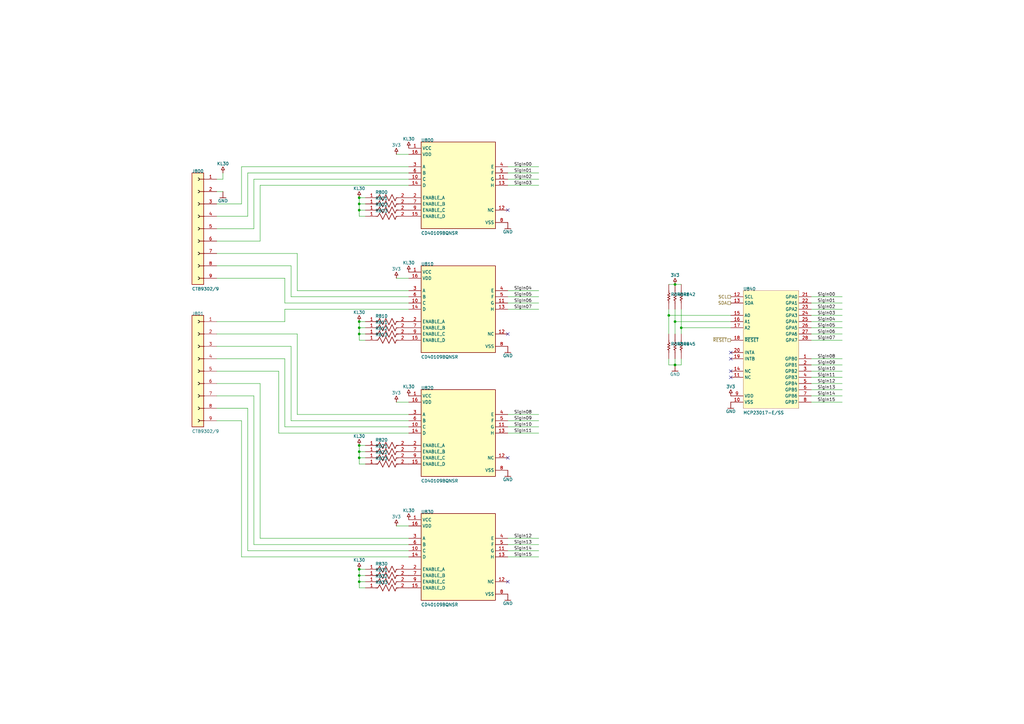
<source format=kicad_sch>
(kicad_sch (version 20231120) (generator "eeschema") (generator_version "8.0")
  (paper "A3")
  (junction (at 147.32 81.1022))
  (junction (at 147.32 187.7822))
  (junction (at 147.32 185.2422))
  (junction (at 147.32 86.1822))
  (junction (at 276.86 116.6622))
  (junction (at 147.32 238.5822))
  (junction (at 147.32 131.9022))
  (junction (at 274.32 129.3622))
  (junction (at 147.32 233.5022))
  (junction (at 147.32 83.6422))
  (junction (at 279.4 134.4422))
  (junction (at 276.86 131.9022))
  (junction (at 147.32 134.4422))
  (junction (at 276.86 149.6822))
  (junction (at 147.32 236.0422))
  (junction (at 147.32 182.7022))
  (junction (at 147.32 136.9822))
  (no_connect (at 208.28 238.5822))
  (no_connect (at 208.28 187.7822))
  (no_connect (at 299.72 152.2222))
  (no_connect (at 208.28 136.9822))
  (no_connect (at 299.72 154.7622))
  (no_connect (at 299.72 144.6022))
  (no_connect (at 208.28 86.1822))
  (no_connect (at 299.72 147.1422))
  (wire (pts (xy 121.92 103.9622) (xy 88.9 103.9622)))
  (wire (pts (xy 208.28 73.4822) (xy 220.98 73.4822)))
  (wire (pts (xy 332.74 121.7422) (xy 345.44 121.7422)))
  (wire (pts (xy 167.64 68.4022) (xy 99.06 68.4022)))
  (wire (pts (xy 99.06 172.5422) (xy 88.9 172.5422)))
  (wire (pts (xy 208.28 225.8822) (xy 220.98 225.8822)))
  (wire (pts (xy 208.28 170.0022) (xy 220.98 170.0022)))
  (wire (pts (xy 162.56 215.7222) (xy 167.64 215.7222)))
  (wire (pts (xy 149.86 233.5022) (xy 147.32 233.5022)))
  (wire (pts (xy 147.32 83.6422) (xy 147.32 86.1822)))
  (wire (pts (xy 208.28 121.7422) (xy 220.98 121.7422)))
  (wire (pts (xy 147.32 131.9022) (xy 147.32 134.4422)))
  (wire (pts (xy 208.28 124.2822) (xy 220.98 124.2822)))
  (wire (pts (xy 332.74 154.7622) (xy 345.44 154.7622)))
  (wire (pts (xy 162.56 164.9222) (xy 167.64 164.9222)))
  (wire (pts (xy 119.38 142.0622) (xy 88.9 142.0622)))
  (wire (pts (xy 106.68 157.3022) (xy 88.9 157.3022)))
  (wire (pts (xy 119.38 109.0422) (xy 88.9 109.0422)))
  (wire (pts (xy 101.6 88.7222) (xy 88.9 88.7222)))
  (wire (pts (xy 274.32 149.6822) (xy 276.86 149.6822)))
  (wire (pts (xy 147.32 233.5022) (xy 147.32 236.0422)))
  (wire (pts (xy 101.6 225.8822) (xy 101.6 167.4622)))
  (wire (pts (xy 119.38 172.5422) (xy 119.38 142.0622)))
  (wire (pts (xy 332.74 162.3822) (xy 345.44 162.3822)))
  (wire (pts (xy 332.74 124.2822) (xy 345.44 124.2822)))
  (wire (pts (xy 104.14 223.3422) (xy 104.14 162.3822)))
  (wire (pts (xy 99.06 228.4222) (xy 99.06 172.5422)))
  (wire (pts (xy 167.64 73.4822) (xy 104.14 73.4822)))
  (wire (pts (xy 332.74 134.4422) (xy 345.44 134.4422)))
  (wire (pts (xy 162.56 63.3222) (xy 167.64 63.3222)))
  (wire (pts (xy 149.86 131.9022) (xy 147.32 131.9022)))
  (wire (pts (xy 147.32 81.1022) (xy 147.32 83.6422)))
  (wire (pts (xy 106.68 220.8022) (xy 106.68 157.3022)))
  (wire (pts (xy 147.32 136.9822) (xy 147.32 139.5222)))
  (wire (pts (xy 208.28 76.0222) (xy 220.98 76.0222)))
  (wire (pts (xy 276.86 147.1422) (xy 276.86 149.6822)))
  (wire (pts (xy 121.92 119.2022) (xy 121.92 103.9622)))
  (wire (pts (xy 121.92 136.9822) (xy 88.9 136.9822)))
  (wire (pts (xy 332.74 164.9222) (xy 345.44 164.9222)))
  (wire (pts (xy 167.64 223.3422) (xy 104.14 223.3422)))
  (wire (pts (xy 208.28 119.2022) (xy 220.98 119.2022)))
  (wire (pts (xy 147.32 139.5222) (xy 149.86 139.5222)))
  (wire (pts (xy 104.14 93.8022) (xy 88.9 93.8022)))
  (wire (pts (xy 167.64 220.8022) (xy 106.68 220.8022)))
  (wire (pts (xy 88.9 78.5622) (xy 91.44 78.5622)))
  (wire (pts (xy 88.9 73.4822) (xy 91.44 73.4822)))
  (wire (pts (xy 147.32 182.7022) (xy 147.32 185.2422)))
  (wire (pts (xy 279.4 136.9822) (xy 279.4 134.4422)))
  (wire (pts (xy 208.28 228.4222) (xy 220.98 228.4222)))
  (wire (pts (xy 332.74 147.1422) (xy 345.44 147.1422)))
  (wire (pts (xy 208.28 223.3422) (xy 220.98 223.3422)))
  (wire (pts (xy 116.84 175.0822) (xy 116.84 147.1422)))
  (wire (pts (xy 147.32 187.7822) (xy 149.86 187.7822)))
  (wire (pts (xy 208.28 177.6222) (xy 220.98 177.6222)))
  (wire (pts (xy 147.32 187.7822) (xy 147.32 190.3222)))
  (wire (pts (xy 208.28 126.8222) (xy 220.98 126.8222)))
  (wire (pts (xy 167.64 172.5422) (xy 119.38 172.5422)))
  (wire (pts (xy 279.4 149.6822) (xy 279.4 147.1422)))
  (wire (pts (xy 149.86 81.1022) (xy 147.32 81.1022)))
  (wire (pts (xy 116.84 147.1422) (xy 88.9 147.1422)))
  (wire (pts (xy 167.64 228.4222) (xy 99.06 228.4222)))
  (wire (pts (xy 116.84 124.2822) (xy 116.84 114.1222)))
  (wire (pts (xy 299.72 129.3622) (xy 274.32 129.3622)))
  (wire (pts (xy 167.64 175.0822) (xy 116.84 175.0822)))
  (wire (pts (xy 104.14 73.4822) (xy 104.14 93.8022)))
  (wire (pts (xy 332.74 157.3022) (xy 345.44 157.3022)))
  (wire (pts (xy 114.3 152.2222) (xy 88.9 152.2222)))
  (wire (pts (xy 167.64 121.7422) (xy 119.38 121.7422)))
  (wire (pts (xy 208.28 172.5422) (xy 220.98 172.5422)))
  (wire (pts (xy 276.86 116.6622) (xy 279.4 116.6622)))
  (wire (pts (xy 162.56 114.1222) (xy 167.64 114.1222)))
  (wire (pts (xy 101.6 167.4622) (xy 88.9 167.4622)))
  (wire (pts (xy 276.86 149.6822) (xy 279.4 149.6822)))
  (wire (pts (xy 91.44 73.4822) (xy 91.44 70.9422)))
  (wire (pts (xy 116.84 126.8222) (xy 116.84 131.9022)))
  (wire (pts (xy 147.32 185.2422) (xy 147.32 187.7822)))
  (wire (pts (xy 104.14 162.3822) (xy 88.9 162.3822)))
  (wire (pts (xy 276.86 136.9822) (xy 276.86 131.9022)))
  (wire (pts (xy 99.06 68.4022) (xy 99.06 83.6422)))
  (wire (pts (xy 116.84 131.9022) (xy 88.9 131.9022)))
  (wire (pts (xy 299.72 134.4422) (xy 279.4 134.4422)))
  (wire (pts (xy 167.64 119.2022) (xy 121.92 119.2022)))
  (wire (pts (xy 147.32 86.1822) (xy 149.86 86.1822)))
  (wire (pts (xy 167.64 225.8822) (xy 101.6 225.8822)))
  (wire (pts (xy 208.28 68.4022) (xy 220.98 68.4022)))
  (wire (pts (xy 274.32 136.9822) (xy 274.32 129.3622)))
  (wire (pts (xy 101.6 70.9422) (xy 101.6 88.7222)))
  (wire (pts (xy 167.64 170.0022) (xy 121.92 170.0022)))
  (wire (pts (xy 149.86 182.7022) (xy 147.32 182.7022)))
  (wire (pts (xy 208.28 70.9422) (xy 220.98 70.9422)))
  (wire (pts (xy 147.32 88.7222) (xy 149.86 88.7222)))
  (wire (pts (xy 167.64 177.6222) (xy 114.3 177.6222)))
  (wire (pts (xy 147.32 238.5822) (xy 147.32 241.1222)))
  (wire (pts (xy 332.74 139.5222) (xy 345.44 139.5222)))
  (wire (pts (xy 208.28 175.0822) (xy 220.98 175.0822)))
  (wire (pts (xy 147.32 134.4422) (xy 149.86 134.4422)))
  (wire (pts (xy 208.28 220.8022) (xy 220.98 220.8022)))
  (wire (pts (xy 332.74 149.6822) (xy 345.44 149.6822)))
  (wire (pts (xy 276.86 131.9022) (xy 276.86 126.8222)))
  (wire (pts (xy 167.64 124.2822) (xy 116.84 124.2822)))
  (wire (pts (xy 147.32 236.0422) (xy 147.32 238.5822)))
  (wire (pts (xy 279.4 134.4422) (xy 279.4 126.8222)))
  (wire (pts (xy 147.32 134.4422) (xy 147.32 136.9822)))
  (wire (pts (xy 274.32 129.3622) (xy 274.32 126.8222)))
  (wire (pts (xy 147.32 190.3222) (xy 149.86 190.3222)))
  (wire (pts (xy 332.74 129.3622) (xy 345.44 129.3622)))
  (wire (pts (xy 147.32 236.0422) (xy 149.86 236.0422)))
  (wire (pts (xy 147.32 238.5822) (xy 149.86 238.5822)))
  (wire (pts (xy 106.68 98.8822) (xy 88.9 98.8822)))
  (wire (pts (xy 147.32 185.2422) (xy 149.86 185.2422)))
  (wire (pts (xy 167.64 126.8222) (xy 116.84 126.8222)))
  (wire (pts (xy 274.32 116.6622) (xy 276.86 116.6622)))
  (wire (pts (xy 116.84 114.1222) (xy 88.9 114.1222)))
  (wire (pts (xy 147.32 86.1822) (xy 147.32 88.7222)))
  (wire (pts (xy 106.68 76.0222) (xy 106.68 98.8822)))
  (wire (pts (xy 147.32 83.6422) (xy 149.86 83.6422)))
  (wire (pts (xy 332.74 152.2222) (xy 345.44 152.2222)))
  (wire (pts (xy 119.38 121.7422) (xy 119.38 109.0422)))
  (wire (pts (xy 332.74 136.9822) (xy 345.44 136.9822)))
  (wire (pts (xy 147.32 136.9822) (xy 149.86 136.9822)))
  (wire (pts (xy 147.32 241.1222) (xy 149.86 241.1222)))
  (wire (pts (xy 332.74 126.8222) (xy 345.44 126.8222)))
  (wire (pts (xy 332.74 159.8422) (xy 345.44 159.8422)))
  (wire (pts (xy 332.74 131.9022) (xy 345.44 131.9022)))
  (wire (pts (xy 274.32 147.1422) (xy 274.32 149.6822)))
  (wire (pts (xy 167.64 76.0222) (xy 106.68 76.0222)))
  (wire (pts (xy 99.06 83.6422) (xy 88.9 83.6422)))
  (wire (pts (xy 121.92 170.0022) (xy 121.92 136.9822)))
  (wire (pts (xy 114.3 177.6222) (xy 114.3 152.2222)))
  (wire (pts (xy 299.72 131.9022) (xy 276.86 131.9022)))
  (wire (pts (xy 167.64 70.9422) (xy 101.6 70.9422)))
  (label "SigIn09" (at 210.82 172.5422 0))
  (label "SigIn10" (at 335.28 152.2222 0))
  (label "SigIn13" (at 210.82 223.3422 0))
  (label "SigIn08" (at 335.28 147.1422 0))
  (label "SigIn07" (at 335.28 139.5222 0))
  (label "SigIn11" (at 335.28 154.7622 0))
  (label "SigIn04" (at 335.28 131.9022 0))
  (label "SigIn05" (at 335.28 134.4422 0))
  (label "SigIn09" (at 335.28 149.6822 0))
  (label "SigIn02" (at 210.82 73.4822 0))
  (label "SigIn06" (at 335.28 136.9822 0))
  (label "SigIn05" (at 210.82 121.7422 0))
  (label "SigIn00" (at 210.82 68.4022 0))
  (label "SigIn06" (at 210.82 124.2822 0))
  (label "SigIn15" (at 335.28 164.9222 0))
  (label "SigIn11" (at 210.82 177.6222 0))
  (label "SigIn04" (at 210.82 119.2022 0))
  (label "SigIn13" (at 335.28 159.8422 0))
  (label "SigIn08" (at 210.82 170.0022 0))
  (label "SigIn01" (at 335.28 124.2822 0))
  (label "SigIn12" (at 335.28 157.3022 0))
  (label "SigIn12" (at 210.82 220.8022 0))
  (label "SigIn01" (at 210.82 70.9422 0))
  (label "SigIn15" (at 210.82 228.4222 0))
  (label "SigIn14" (at 210.82 225.8822 0))
  (label "SigIn00" (at 335.28 121.7422 0))
  (label "SigIn03" (at 210.82 76.0222 0))
  (label "SigIn07" (at 210.82 126.8222 0))
  (label "SigIn10" (at 210.82 175.0822 0))
  (label "SigIn02" (at 335.28 126.8222 0))
  (label "SigIn14" (at 335.28 162.3822 0))
  (label "SigIn03" (at 335.28 129.3622 0))
  (hierarchical_label "~{RESET}" (shape passive) (at 299.72 139.5222 180))
  (hierarchical_label "SCL" (shape passive) (at 299.72 121.7422 180))
  (hierarchical_label "SDA" (shape passive) (at 299.72 124.2822 180))
  (symbol (lib_id "Lada_Speedometer-altium-import:Designator_0_1029c3af85768c4190bb7ad29bc67b5") (at 149.86 241.1222 0) (unit 1)
    (property "Reference" "R833" (at 153.924 239.5982 0) (effects (justify left bottom)))
    (property "Value" "AC0603FR-071KL" (effects (hide yes)))
    (property "Footprint" "FP-AC0603-IPC_B" (effects (hide yes)))
    (property "Description" "RES 1kΩ 1.00% 0.1W 0603" (effects (hide yes)))
    (property "DEPTH" "0.8mm" (effects (hide yes)))
    (property "CASE/PACKAGE" "0603" (effects (hide yes)))
    (property "SIZE CODE" "0603" (effects (hide yes)))
    (property "CASE CODE (METRIC)" "1608" (effects (hide yes)))
    (property "HEIGHT" "0.022inch" (effects (hide yes)))
    (property "SERIES" "AC" (effects (hide yes)))
    (property "VOLTAGE RATING" "50V" (effects (hide yes)))
    (property "POWER RATING" "100mW" (effects (hide yes)))
    (property "WIDTH" "0.031inch" (effects (hide yes)))
    (property "CONSTRUCTION" "Rectangular" (effects (hide yes)))
    (property "LENGTH" "0.063inch" (effects (hide yes)))
    (property "CASE CODE (IMPERIAL)" "0603" (effects (hide yes)))
    (property "PACKAGE QUANTITY" "1" (effects (hide yes)))
    (property "ROHS COMPLIANT" "Yes" (effects (hide yes)))
    (property "FEATURES" "Moisture Resistant" (effects (hide yes)))
    (property "RESISTOR TYPE" "Thick Film" (effects (hide yes)))
    (property "MAX POWER DISSIPATION" "100mW" (effects (hide yes)))
    (property "TOLERANCE" "1%" (effects (hide yes)))
    (property "TEMPERATURE COEFFICIENT" "100ppm/°C" (effects (hide yes)))
    (property "PACKAGING" "Tape and Reel" (effects (hide yes)))
    (property "TERMINATION" "SMD/SMT" (effects (hide yes)))
    (property "RATINGS" "AEC-Q200" (effects (hide yes)))
    (property "MAX OPERATING TEMPERATURE" "155°C" (effects (hide yes)))
    (property "MIN OPERATING TEMPERATURE" "-55°C" (effects (hide yes)))
    (property "MILITARY STANDARD" "Not" (effects (hide yes)))
    (property "RESISTANCE" "1kR" (effects (hide yes)))
    (property "LEAD FREE" "Lead Free" (effects (hide yes)))
    (property "NUMBER OF TERMINATIONS" "2" (effects (hide yes)))
  )
  (symbol (lib_id "Lada_Speedometer-altium-import:Designator_0_CTB9302-9") (at 88.9 73.4822 0) (unit 1)
    (property "Reference" "J800" (at 78.74 70.9422 0) (effects (justify left bottom)))
    (property "Value" "CTB9302/9" (at 78.74 119.2022 0) (effects (justify left bottom)))
    (property "Footprint" "CTB9302-9" (effects (hide yes)))
    (property "Description" "CTB9302/9 - Stiftleiste - 9-pol, RM 5 mm, 0°" (effects (hide yes)))
  )
  (symbol (lib_id "Lada_Speedometer-altium-import:GND_BAR") (at 299.72 164.9222 0) (unit 1)
    (property "Reference" "#PWR?" (effects (hide yes)))
    (property "Value" "GND" (at 299.72 168.7322 0))
  )
  (symbol (lib_id "Lada_Speedometer-altium-import:GND_BAR") (at 91.44 78.5622 0) (unit 1)
    (property "Reference" "#PWR?" (effects (hide yes)))
    (property "Value" "GND" (at 91.44 82.3722 0))
  )
  (symbol (lib_id "Lada_Speedometer-altium-import:Designator_1_RES-2") (at 279.4 144.6022 0) (unit 1)
    (property "Reference" "R845" (at 280.162 141.8082 0) (effects (justify left bottom)))
    (property "Value" "RC0603JR-070RL" (effects (hide yes)))
    (property "Footprint" "RESC1608X55X25ML10T15" (effects (hide yes)))
    (property "Description" "Chip Resistor, 0 Ohm, +/- 5%, 0.1 W, -55 to 155 degC, 0603 (1608 Metric), RoHS, Tape and Reel" (effects (hide yes)))
    (property "TEMPERATURE COEFFICIENT" "200ppm/degreesC" (effects (hide yes)))
    (property "WIDTH" "0.8mm" (effects (hide yes)))
    (property "MAX OPERATING TEMPERATURE" "155degC" (effects (hide yes)))
    (property "TOLERANCE" "5%" (effects (hide yes)))
    (property "PACKAGE REFERENCE" "0603" (effects (hide yes)))
    (property "HEIGHT" "0.45mm" (effects (hide yes)))
    (property "DEPTH" "0.8mm" (effects (hide yes)))
    (property "PACKAGE DESCRIPTION" "2-Pin Surface Mount Device, Body 1.6 x 0.8 mm" (effects (hide yes)))
    (property "VOLTAGE RATING" "50V" (effects (hide yes)))
    (property "TERMINATION" "SMD/SMT" (effects (hide yes)))
    (property "PACKAGE QUANTITY" "5000" (effects (hide yes)))
    (property "CASE/PACKAGE" "0603" (effects (hide yes)))
    (property "CASE CODE (IMPERIAL)" "0603" (effects (hide yes)))
    (property "RADIATION HARDENING" "No" (effects (hide yes)))
    (property "NUMBER OF PINS" "2" (effects (hide yes)))
    (property "LENGTH" "1.6mm" (effects (hide yes)))
    (property "LEAD FREE" "LeadFree" (effects (hide yes)))
    (property "VOLTAGE RATING (DC)" "50V" (effects (hide yes)))
    (property "MILITARY STANDARD" "Not" (effects (hide yes)))
    (property "POWER RATING" "100mW" (effects (hide yes)))
    (property "DATASHEET URL" "http://www.yageo.com/NewPortal/yageodocoutput?fileName=/pdf/R-Chip/PYu-RC_Group_51_RoHS_L_5.pdf" (effects (hide yes)))
    (property "RESISTANCE" "0mOhm" (effects (hide yes)))
    (property "MANUFACTURER URL" "http://www.yageo.com/" (effects (hide yes)))
    (property "PACKAGING" "TapeandReel" (effects (hide yes)))
    (property "CASE CODE (METRIC)" "1608" (effects (hide yes)))
    (property "MIN OPERATING TEMPERATURE" "-55degC" (effects (hide yes)))
    (property "COMPOSITION" "ThickFilm" (effects (hide yes)))
    (property "MANUFACTURER" "Yageo" (effects (hide yes)))
    (property "ROHSCOMPLIANT" "true" (effects (hide yes)))
    (property "CONTACT PLATING" "Tin" (effects (hide yes)))
    (property "DATASHEET VERSION" "Rev. 5, 10/2016" (effects (hide yes)))
    (property "REACH SVHC" "NoSVHC" (effects (hide yes)))
  )
  (symbol (lib_id "Lada_Speedometer-altium-import:KL30_ARROW") (at 167.64 60.7822 180) (unit 1)
    (property "Reference" "#PWR?" (effects (hide yes)))
    (property "Value" "KL30" (at 167.64 56.9722 0))
  )
  (symbol (lib_id "Lada_Speedometer-altium-import:Designator_0_478688682dd803327ab49bead7bebe6") (at 167.64 60.7822 0) (unit 1)
    (property "Reference" "U800" (at 172.72 58.2422 0) (effects (justify left bottom)))
    (property "Value" "CD40109BQNSR" (at 172.72 96.3422 0) (effects (justify left bottom)))
    (property "Footprint" "FP-NS0016A-IPC_C" (effects (hide yes)))
    (property "Description" "IC TRNSLTR UNIDIRECTIONAL 16SO" (effects (hide yes)))
    (property "PACKAGING" "Tape and Reel" (effects (hide yes)))
    (property "MAX SUPPLY VOLTAGE" "18V" (effects (hide yes)))
    (property "NUMBER OF CHANNELS" "4" (effects (hide yes)))
    (property "PROPAGATION DELAY" "240ns" (effects (hide yes)))
    (property "MOUNT" "Surface Mount" (effects (hide yes)))
    (property "CONTACT PLATING" "Gold" (effects (hide yes)))
    (property "MIN OPERATING TEMPERATURE" "-40°C" (effects (hide yes)))
    (property "HIGH LEVEL OUTPUT CURRENT" "-4mA" (effects (hide yes)))
    (property "LOGIC FUNCTION" "Level Shifter" (effects (hide yes)))
    (property "NUMBER OF CIRCUITS" "4" (effects (hide yes)))
    (property "LEAD FREE" "Lead Free" (effects (hide yes)))
    (property "MAX OPERATING TEMPERATURE" "125°C" (effects (hide yes)))
    (property "RADIATION HARDENING" "No" (effects (hide yes)))
    (property "TURN-ON DELAY TIME" "740ns" (effects (hide yes)))
    (property "CHANNEL TYPE" "Unidirectional" (effects (hide yes)))
    (property "ROHS COMPLIANT" "Yes" (effects (hide yes)))
    (property "DATA RATE" "10Mbps" (effects (hide yes)))
    (property "SERIES" "4000B" (effects (hide yes)))
    (property "PACKAGE QUANTITY" "2000" (effects (hide yes)))
    (property "NUMBER OF PINS" "16" (effects (hide yes)))
    (property "MIN SUPPLY VOLTAGE" "3V" (effects (hide yes)))
    (property "LOW LEVEL OUTPUT CURRENT" "4mA" (effects (hide yes)))
    (property "TECHNOLOGY" "CMOS" (effects (hide yes)))
    (property "CASE/PACKAGE" "SOP" (effects (hide yes)))
    (property "QUIESCENT CURRENT" "20uA" (effects (hide yes)))
    (property "NUMBER OF BITS" "4" (effects (hide yes)))
    (property "OUTPUT TYPE" "Voltage" (effects (hide yes)))
  )
  (symbol (lib_id "Lada_Speedometer-altium-import:KL30_ARROW") (at 167.64 213.1822 180) (unit 1)
    (property "Reference" "#PWR?" (effects (hide yes)))
    (property "Value" "KL30" (at 167.64 209.3722 0))
  )
  (symbol (lib_id "Lada_Speedometer-altium-import:KL30_ARROW") (at 147.32 233.5022 180) (unit 1)
    (property "Reference" "#PWR?" (effects (hide yes)))
    (property "Value" "KL30" (at 147.32 229.6922 0))
  )
  (symbol (lib_id "Lada_Speedometer-altium-import:Designator_0_478688682dd803327ab49bead7bebe6") (at 167.64 111.5822 0) (unit 1)
    (property "Reference" "U810" (at 172.72 109.0422 0) (effects (justify left bottom)))
    (property "Value" "CD40109BQNSR" (at 172.72 147.1422 0) (effects (justify left bottom)))
    (property "Footprint" "FP-NS0016A-IPC_C" (effects (hide yes)))
    (property "Description" "IC TRNSLTR UNIDIRECTIONAL 16SO" (effects (hide yes)))
    (property "PACKAGING" "Tape and Reel" (effects (hide yes)))
    (property "MAX SUPPLY VOLTAGE" "18V" (effects (hide yes)))
    (property "NUMBER OF CHANNELS" "4" (effects (hide yes)))
    (property "PROPAGATION DELAY" "240ns" (effects (hide yes)))
    (property "MOUNT" "Surface Mount" (effects (hide yes)))
    (property "CONTACT PLATING" "Gold" (effects (hide yes)))
    (property "MIN OPERATING TEMPERATURE" "-40°C" (effects (hide yes)))
    (property "HIGH LEVEL OUTPUT CURRENT" "-4mA" (effects (hide yes)))
    (property "LOGIC FUNCTION" "Level Shifter" (effects (hide yes)))
    (property "NUMBER OF CIRCUITS" "4" (effects (hide yes)))
    (property "LEAD FREE" "Lead Free" (effects (hide yes)))
    (property "MAX OPERATING TEMPERATURE" "125°C" (effects (hide yes)))
    (property "RADIATION HARDENING" "No" (effects (hide yes)))
    (property "TURN-ON DELAY TIME" "740ns" (effects (hide yes)))
    (property "CHANNEL TYPE" "Unidirectional" (effects (hide yes)))
    (property "ROHS COMPLIANT" "Yes" (effects (hide yes)))
    (property "DATA RATE" "10Mbps" (effects (hide yes)))
    (property "SERIES" "4000B" (effects (hide yes)))
    (property "PACKAGE QUANTITY" "2000" (effects (hide yes)))
    (property "NUMBER OF PINS" "16" (effects (hide yes)))
    (property "MIN SUPPLY VOLTAGE" "3V" (effects (hide yes)))
    (property "LOW LEVEL OUTPUT CURRENT" "4mA" (effects (hide yes)))
    (property "TECHNOLOGY" "CMOS" (effects (hide yes)))
    (property "CASE/PACKAGE" "SOP" (effects (hide yes)))
    (property "QUIESCENT CURRENT" "20uA" (effects (hide yes)))
    (property "NUMBER OF BITS" "4" (effects (hide yes)))
    (property "OUTPUT TYPE" "Voltage" (effects (hide yes)))
  )
  (symbol (lib_id "Lada_Speedometer-altium-import:Designator_0_478688682dd803327ab49bead7bebe6") (at 167.64 162.3822 0) (unit 1)
    (property "Reference" "U820" (at 172.72 159.8422 0) (effects (justify left bottom)))
    (property "Value" "CD40109BQNSR" (at 172.72 197.9422 0) (effects (justify left bottom)))
    (property "Footprint" "FP-NS0016A-IPC_C" (effects (hide yes)))
    (property "Description" "IC TRNSLTR UNIDIRECTIONAL 16SO" (effects (hide yes)))
    (property "PACKAGING" "Tape and Reel" (effects (hide yes)))
    (property "MAX SUPPLY VOLTAGE" "18V" (effects (hide yes)))
    (property "NUMBER OF CHANNELS" "4" (effects (hide yes)))
    (property "PROPAGATION DELAY" "240ns" (effects (hide yes)))
    (property "MOUNT" "Surface Mount" (effects (hide yes)))
    (property "CONTACT PLATING" "Gold" (effects (hide yes)))
    (property "MIN OPERATING TEMPERATURE" "-40°C" (effects (hide yes)))
    (property "HIGH LEVEL OUTPUT CURRENT" "-4mA" (effects (hide yes)))
    (property "LOGIC FUNCTION" "Level Shifter" (effects (hide yes)))
    (property "NUMBER OF CIRCUITS" "4" (effects (hide yes)))
    (property "LEAD FREE" "Lead Free" (effects (hide yes)))
    (property "MAX OPERATING TEMPERATURE" "125°C" (effects (hide yes)))
    (property "RADIATION HARDENING" "No" (effects (hide yes)))
    (property "TURN-ON DELAY TIME" "740ns" (effects (hide yes)))
    (property "CHANNEL TYPE" "Unidirectional" (effects (hide yes)))
    (property "ROHS COMPLIANT" "Yes" (effects (hide yes)))
    (property "DATA RATE" "10Mbps" (effects (hide yes)))
    (property "SERIES" "4000B" (effects (hide yes)))
    (property "PACKAGE QUANTITY" "2000" (effects (hide yes)))
    (property "NUMBER OF PINS" "16" (effects (hide yes)))
    (property "MIN SUPPLY VOLTAGE" "3V" (effects (hide yes)))
    (property "LOW LEVEL OUTPUT CURRENT" "4mA" (effects (hide yes)))
    (property "TECHNOLOGY" "CMOS" (effects (hide yes)))
    (property "CASE/PACKAGE" "SOP" (effects (hide yes)))
    (property "QUIESCENT CURRENT" "20uA" (effects (hide yes)))
    (property "NUMBER OF BITS" "4" (effects (hide yes)))
    (property "OUTPUT TYPE" "Voltage" (effects (hide yes)))
  )
  (symbol (lib_id "Lada_Speedometer-altium-import:Designator_1_RES-2") (at 274.32 124.2822 0) (unit 1)
    (property "Reference" "R840" (at 275.082 121.4882 0) (effects (justify left bottom)))
    (property "Value" "RC0603JR-070RL" (effects (hide yes)))
    (property "Footprint" "RESC1608X55X25ML10T15" (effects (hide yes)))
    (property "Description" "Chip Resistor, 0 Ohm, +/- 5%, 0.1 W, -55 to 155 degC, 0603 (1608 Metric), RoHS, Tape and Reel" (effects (hide yes)))
    (property "TEMPERATURE COEFFICIENT" "200ppm/degreesC" (effects (hide yes)))
    (property "WIDTH" "0.8mm" (effects (hide yes)))
    (property "MAX OPERATING TEMPERATURE" "155degC" (effects (hide yes)))
    (property "TOLERANCE" "5%" (effects (hide yes)))
    (property "PACKAGE REFERENCE" "0603" (effects (hide yes)))
    (property "HEIGHT" "0.45mm" (effects (hide yes)))
    (property "DEPTH" "0.8mm" (effects (hide yes)))
    (property "PACKAGE DESCRIPTION" "2-Pin Surface Mount Device, Body 1.6 x 0.8 mm" (effects (hide yes)))
    (property "VOLTAGE RATING" "50V" (effects (hide yes)))
    (property "TERMINATION" "SMD/SMT" (effects (hide yes)))
    (property "PACKAGE QUANTITY" "5000" (effects (hide yes)))
    (property "CASE/PACKAGE" "0603" (effects (hide yes)))
    (property "CASE CODE (IMPERIAL)" "0603" (effects (hide yes)))
    (property "RADIATION HARDENING" "No" (effects (hide yes)))
    (property "NUMBER OF PINS" "2" (effects (hide yes)))
    (property "LENGTH" "1.6mm" (effects (hide yes)))
    (property "LEAD FREE" "LeadFree" (effects (hide yes)))
    (property "VOLTAGE RATING (DC)" "50V" (effects (hide yes)))
    (property "MILITARY STANDARD" "Not" (effects (hide yes)))
    (property "POWER RATING" "100mW" (effects (hide yes)))
    (property "DATASHEET URL" "http://www.yageo.com/NewPortal/yageodocoutput?fileName=/pdf/R-Chip/PYu-RC_Group_51_RoHS_L_5.pdf" (effects (hide yes)))
    (property "RESISTANCE" "0mOhm" (effects (hide yes)))
    (property "MANUFACTURER URL" "http://www.yageo.com/" (effects (hide yes)))
    (property "PACKAGING" "TapeandReel" (effects (hide yes)))
    (property "CASE CODE (METRIC)" "1608" (effects (hide yes)))
    (property "MIN OPERATING TEMPERATURE" "-55degC" (effects (hide yes)))
    (property "COMPOSITION" "ThickFilm" (effects (hide yes)))
    (property "MANUFACTURER" "Yageo" (effects (hide yes)))
    (property "ROHSCOMPLIANT" "true" (effects (hide yes)))
    (property "CONTACT PLATING" "Tin" (effects (hide yes)))
    (property "DATASHEET VERSION" "Rev. 5, 10/2016" (effects (hide yes)))
    (property "REACH SVHC" "NoSVHC" (effects (hide yes)))
  )
  (symbol (lib_id "Lada_Speedometer-altium-import:Designator_0_1029c3af85768c4190bb7ad29bc67b5") (at 149.86 238.5822 0) (unit 1)
    (property "Reference" "R832" (at 153.924 237.0582 0) (effects (justify left bottom)))
    (property "Value" "AC0603FR-071KL" (effects (hide yes)))
    (property "Footprint" "FP-AC0603-IPC_B" (effects (hide yes)))
    (property "Description" "RES 1kΩ 1.00% 0.1W 0603" (effects (hide yes)))
    (property "DEPTH" "0.8mm" (effects (hide yes)))
    (property "CASE/PACKAGE" "0603" (effects (hide yes)))
    (property "SIZE CODE" "0603" (effects (hide yes)))
    (property "CASE CODE (METRIC)" "1608" (effects (hide yes)))
    (property "HEIGHT" "0.022inch" (effects (hide yes)))
    (property "SERIES" "AC" (effects (hide yes)))
    (property "VOLTAGE RATING" "50V" (effects (hide yes)))
    (property "POWER RATING" "100mW" (effects (hide yes)))
    (property "WIDTH" "0.031inch" (effects (hide yes)))
    (property "CONSTRUCTION" "Rectangular" (effects (hide yes)))
    (property "LENGTH" "0.063inch" (effects (hide yes)))
    (property "CASE CODE (IMPERIAL)" "0603" (effects (hide yes)))
    (property "PACKAGE QUANTITY" "1" (effects (hide yes)))
    (property "ROHS COMPLIANT" "Yes" (effects (hide yes)))
    (property "FEATURES" "Moisture Resistant" (effects (hide yes)))
    (property "RESISTOR TYPE" "Thick Film" (effects (hide yes)))
    (property "MAX POWER DISSIPATION" "100mW" (effects (hide yes)))
    (property "TOLERANCE" "1%" (effects (hide yes)))
    (property "TEMPERATURE COEFFICIENT" "100ppm/°C" (effects (hide yes)))
    (property "PACKAGING" "Tape and Reel" (effects (hide yes)))
    (property "TERMINATION" "SMD/SMT" (effects (hide yes)))
    (property "RATINGS" "AEC-Q200" (effects (hide yes)))
    (property "MAX OPERATING TEMPERATURE" "155°C" (effects (hide yes)))
    (property "MIN OPERATING TEMPERATURE" "-55°C" (effects (hide yes)))
    (property "MILITARY STANDARD" "Not" (effects (hide yes)))
    (property "RESISTANCE" "1kR" (effects (hide yes)))
    (property "LEAD FREE" "Lead Free" (effects (hide yes)))
    (property "NUMBER OF TERMINATIONS" "2" (effects (hide yes)))
  )
  (symbol (lib_id "Lada_Speedometer-altium-import:KL30_ARROW") (at 167.64 162.3822 180) (unit 1)
    (property "Reference" "#PWR?" (effects (hide yes)))
    (property "Value" "KL30" (at 167.64 158.5722 0))
  )
  (symbol (lib_id "Lada_Speedometer-altium-import:Designator_0_1029c3af85768c4190bb7ad29bc67b5") (at 149.86 131.9022 0) (unit 1)
    (property "Reference" "R810" (at 153.924 130.3782 0) (effects (justify left bottom)))
    (property "Value" "AC0603FR-071KL" (effects (hide yes)))
    (property "Footprint" "FP-AC0603-IPC_B" (effects (hide yes)))
    (property "Description" "RES 1kΩ 1.00% 0.1W 0603" (effects (hide yes)))
    (property "DEPTH" "0.8mm" (effects (hide yes)))
    (property "CASE/PACKAGE" "0603" (effects (hide yes)))
    (property "SIZE CODE" "0603" (effects (hide yes)))
    (property "CASE CODE (METRIC)" "1608" (effects (hide yes)))
    (property "HEIGHT" "0.022inch" (effects (hide yes)))
    (property "SERIES" "AC" (effects (hide yes)))
    (property "VOLTAGE RATING" "50V" (effects (hide yes)))
    (property "POWER RATING" "100mW" (effects (hide yes)))
    (property "WIDTH" "0.031inch" (effects (hide yes)))
    (property "CONSTRUCTION" "Rectangular" (effects (hide yes)))
    (property "LENGTH" "0.063inch" (effects (hide yes)))
    (property "CASE CODE (IMPERIAL)" "0603" (effects (hide yes)))
    (property "PACKAGE QUANTITY" "1" (effects (hide yes)))
    (property "ROHS COMPLIANT" "Yes" (effects (hide yes)))
    (property "FEATURES" "Moisture Resistant" (effects (hide yes)))
    (property "RESISTOR TYPE" "Thick Film" (effects (hide yes)))
    (property "MAX POWER DISSIPATION" "100mW" (effects (hide yes)))
    (property "TOLERANCE" "1%" (effects (hide yes)))
    (property "TEMPERATURE COEFFICIENT" "100ppm/°C" (effects (hide yes)))
    (property "PACKAGING" "Tape and Reel" (effects (hide yes)))
    (property "TERMINATION" "SMD/SMT" (effects (hide yes)))
    (property "RATINGS" "AEC-Q200" (effects (hide yes)))
    (property "MAX OPERATING TEMPERATURE" "155°C" (effects (hide yes)))
    (property "MIN OPERATING TEMPERATURE" "-55°C" (effects (hide yes)))
    (property "MILITARY STANDARD" "Not" (effects (hide yes)))
    (property "RESISTANCE" "1kR" (effects (hide yes)))
    (property "LEAD FREE" "Lead Free" (effects (hide yes)))
    (property "NUMBER OF TERMINATIONS" "2" (effects (hide yes)))
  )
  (symbol (lib_id "Lada_Speedometer-altium-import:GND_BAR") (at 208.28 192.8622 0) (unit 1)
    (property "Reference" "#PWR?" (effects (hide yes)))
    (property "Value" "GND" (at 208.28 196.6722 0))
  )
  (symbol (lib_id "Lada_Speedometer-altium-import:Designator_0_1029c3af85768c4190bb7ad29bc67b5") (at 149.86 190.3222 0) (unit 1)
    (property "Reference" "R823" (at 153.924 188.7982 0) (effects (justify left bottom)))
    (property "Value" "AC0603FR-071KL" (effects (hide yes)))
    (property "Footprint" "FP-AC0603-IPC_B" (effects (hide yes)))
    (property "Description" "RES 1kΩ 1.00% 0.1W 0603" (effects (hide yes)))
    (property "DEPTH" "0.8mm" (effects (hide yes)))
    (property "CASE/PACKAGE" "0603" (effects (hide yes)))
    (property "SIZE CODE" "0603" (effects (hide yes)))
    (property "CASE CODE (METRIC)" "1608" (effects (hide yes)))
    (property "HEIGHT" "0.022inch" (effects (hide yes)))
    (property "SERIES" "AC" (effects (hide yes)))
    (property "VOLTAGE RATING" "50V" (effects (hide yes)))
    (property "POWER RATING" "100mW" (effects (hide yes)))
    (property "WIDTH" "0.031inch" (effects (hide yes)))
    (property "CONSTRUCTION" "Rectangular" (effects (hide yes)))
    (property "LENGTH" "0.063inch" (effects (hide yes)))
    (property "CASE CODE (IMPERIAL)" "0603" (effects (hide yes)))
    (property "PACKAGE QUANTITY" "1" (effects (hide yes)))
    (property "ROHS COMPLIANT" "Yes" (effects (hide yes)))
    (property "FEATURES" "Moisture Resistant" (effects (hide yes)))
    (property "RESISTOR TYPE" "Thick Film" (effects (hide yes)))
    (property "MAX POWER DISSIPATION" "100mW" (effects (hide yes)))
    (property "TOLERANCE" "1%" (effects (hide yes)))
    (property "TEMPERATURE COEFFICIENT" "100ppm/°C" (effects (hide yes)))
    (property "PACKAGING" "Tape and Reel" (effects (hide yes)))
    (property "TERMINATION" "SMD/SMT" (effects (hide yes)))
    (property "RATINGS" "AEC-Q200" (effects (hide yes)))
    (property "MAX OPERATING TEMPERATURE" "155°C" (effects (hide yes)))
    (property "MIN OPERATING TEMPERATURE" "-55°C" (effects (hide yes)))
    (property "MILITARY STANDARD" "Not" (effects (hide yes)))
    (property "RESISTANCE" "1kR" (effects (hide yes)))
    (property "LEAD FREE" "Lead Free" (effects (hide yes)))
    (property "NUMBER OF TERMINATIONS" "2" (effects (hide yes)))
  )
  (symbol (lib_id "Lada_Speedometer-altium-import:Designator_1_RES-2") (at 276.86 124.2822 0) (unit 1)
    (property "Reference" "R841" (at 277.622 121.4882 0) (effects (justify left bottom)))
    (property "Value" "RC0603JR-070RL" (effects (hide yes)))
    (property "Footprint" "RESC1608X55X25ML10T15" (effects (hide yes)))
    (property "Description" "Chip Resistor, 0 Ohm, +/- 5%, 0.1 W, -55 to 155 degC, 0603 (1608 Metric), RoHS, Tape and Reel" (effects (hide yes)))
    (property "TEMPERATURE COEFFICIENT" "200ppm/degreesC" (effects (hide yes)))
    (property "WIDTH" "0.8mm" (effects (hide yes)))
    (property "MAX OPERATING TEMPERATURE" "155degC" (effects (hide yes)))
    (property "TOLERANCE" "5%" (effects (hide yes)))
    (property "PACKAGE REFERENCE" "0603" (effects (hide yes)))
    (property "HEIGHT" "0.45mm" (effects (hide yes)))
    (property "DEPTH" "0.8mm" (effects (hide yes)))
    (property "PACKAGE DESCRIPTION" "2-Pin Surface Mount Device, Body 1.6 x 0.8 mm" (effects (hide yes)))
    (property "VOLTAGE RATING" "50V" (effects (hide yes)))
    (property "TERMINATION" "SMD/SMT" (effects (hide yes)))
    (property "PACKAGE QUANTITY" "5000" (effects (hide yes)))
    (property "CASE/PACKAGE" "0603" (effects (hide yes)))
    (property "CASE CODE (IMPERIAL)" "0603" (effects (hide yes)))
    (property "RADIATION HARDENING" "No" (effects (hide yes)))
    (property "NUMBER OF PINS" "2" (effects (hide yes)))
    (property "LENGTH" "1.6mm" (effects (hide yes)))
    (property "LEAD FREE" "LeadFree" (effects (hide yes)))
    (property "VOLTAGE RATING (DC)" "50V" (effects (hide yes)))
    (property "MILITARY STANDARD" "Not" (effects (hide yes)))
    (property "POWER RATING" "100mW" (effects (hide yes)))
    (property "DATASHEET URL" "http://www.yageo.com/NewPortal/yageodocoutput?fileName=/pdf/R-Chip/PYu-RC_Group_51_RoHS_L_5.pdf" (effects (hide yes)))
    (property "RESISTANCE" "0mOhm" (effects (hide yes)))
    (property "MANUFACTURER URL" "http://www.yageo.com/" (effects (hide yes)))
    (property "PACKAGING" "TapeandReel" (effects (hide yes)))
    (property "CASE CODE (METRIC)" "1608" (effects (hide yes)))
    (property "MIN OPERATING TEMPERATURE" "-55degC" (effects (hide yes)))
    (property "COMPOSITION" "ThickFilm" (effects (hide yes)))
    (property "MANUFACTURER" "Yageo" (effects (hide yes)))
    (property "ROHSCOMPLIANT" "true" (effects (hide yes)))
    (property "CONTACT PLATING" "Tin" (effects (hide yes)))
    (property "DATASHEET VERSION" "Rev. 5, 10/2016" (effects (hide yes)))
    (property "REACH SVHC" "NoSVHC" (effects (hide yes)))
  )
  (symbol (lib_id "Lada_Speedometer-altium-import:Designator_0_PR-BUSIC-MCP23017-28") (at 304.8 119.2022 0) (unit 1)
    (property "Reference" "U840" (at 304.8 119.2022 0) (effects (justify left bottom)))
    (property "Value" "MCP23017-E/SS" (at 304.8 170.0022 0) (effects (justify left bottom)))
    (property "Footprint" "SSOP-SS28_N" (effects (hide yes)))
    (property "Description" "16-Bit I/O Expander with Serial Interface, 28-Pin SSOP, Extended Temperature" (effects (hide yes)))
    (property "PACKAGEVERSION" "revBB, Aug-2009" (effects (hide yes)))
    (property "COMPONENTLINK1DESCRIPTION" "Manufacturer URL" (effects (hide yes)))
    (property "COMPONENTLINK3DESCRIPTION" "Package Specification" (effects (hide yes)))
    (property "PACKAGEDESCRIPTION" "28-Lead Plastic Shrink Small Outline (SS) - 5.3mm Body [SSOP]" (effects (hide yes)))
    (property "COMPONENTLINK1URL" "http://www.microchip.com/" (effects (hide yes)))
    (property "CODE_JEDEC" "MS-150" (effects (hide yes)))
    (property "REVISIONNOTE" "URLs added." (effects (hide yes)))
    (property "COMPONENTLINK3URL" "http://www.microchip.com/stellent/groups/techpub_sg/documents/packagingspec/en012702.pdf" (effects (hide yes)))
    (property "COMPONENTLINK2URL" "http://ww1.microchip.com/downloads/en/DeviceDoc/21952b.pdf" (effects (hide yes)))
    (property "COMPONENTLINK2DESCRIPTION" "Datasheet" (effects (hide yes)))
    (property "PACKAGEREFERENCE" "SSOP-SS28" (effects (hide yes)))
    (property "DATASHEETVERSION" "revB, Feb-2007" (effects (hide yes)))
  )
  (symbol (lib_id "Lada_Speedometer-altium-import:3V3_ARROW") (at 162.56 63.3222 180) (unit 1)
    (property "Reference" "#PWR?" (effects (hide yes)))
    (property "Value" "3V3" (at 162.56 59.5122 0))
  )
  (symbol (lib_id "Lada_Speedometer-altium-import:Designator_0_1029c3af85768c4190bb7ad29bc67b5") (at 149.86 86.1822 0) (unit 1)
    (property "Reference" "R802" (at 153.924 84.6582 0) (effects (justify left bottom)))
    (property "Value" "AC0603FR-071KL" (effects (hide yes)))
    (property "Footprint" "FP-AC0603-IPC_B" (effects (hide yes)))
    (property "Description" "RES 1kΩ 1.00% 0.1W 0603" (effects (hide yes)))
    (property "DEPTH" "0.8mm" (effects (hide yes)))
    (property "CASE/PACKAGE" "0603" (effects (hide yes)))
    (property "SIZE CODE" "0603" (effects (hide yes)))
    (property "CASE CODE (METRIC)" "1608" (effects (hide yes)))
    (property "HEIGHT" "0.022inch" (effects (hide yes)))
    (property "SERIES" "AC" (effects (hide yes)))
    (property "VOLTAGE RATING" "50V" (effects (hide yes)))
    (property "POWER RATING" "100mW" (effects (hide yes)))
    (property "WIDTH" "0.031inch" (effects (hide yes)))
    (property "CONSTRUCTION" "Rectangular" (effects (hide yes)))
    (property "LENGTH" "0.063inch" (effects (hide yes)))
    (property "CASE CODE (IMPERIAL)" "0603" (effects (hide yes)))
    (property "PACKAGE QUANTITY" "1" (effects (hide yes)))
    (property "ROHS COMPLIANT" "Yes" (effects (hide yes)))
    (property "FEATURES" "Moisture Resistant" (effects (hide yes)))
    (property "RESISTOR TYPE" "Thick Film" (effects (hide yes)))
    (property "MAX POWER DISSIPATION" "100mW" (effects (hide yes)))
    (property "TOLERANCE" "1%" (effects (hide yes)))
    (property "TEMPERATURE COEFFICIENT" "100ppm/°C" (effects (hide yes)))
    (property "PACKAGING" "Tape and Reel" (effects (hide yes)))
    (property "TERMINATION" "SMD/SMT" (effects (hide yes)))
    (property "RATINGS" "AEC-Q200" (effects (hide yes)))
    (property "MAX OPERATING TEMPERATURE" "155°C" (effects (hide yes)))
    (property "MIN OPERATING TEMPERATURE" "-55°C" (effects (hide yes)))
    (property "MILITARY STANDARD" "Not" (effects (hide yes)))
    (property "RESISTANCE" "1kR" (effects (hide yes)))
    (property "LEAD FREE" "Lead Free" (effects (hide yes)))
    (property "NUMBER OF TERMINATIONS" "2" (effects (hide yes)))
  )
  (symbol (lib_id "Lada_Speedometer-altium-import:GND_BAR") (at 208.28 91.2622 0) (unit 1)
    (property "Reference" "#PWR?" (effects (hide yes)))
    (property "Value" "GND" (at 208.28 95.0722 0))
  )
  (symbol (lib_id "Lada_Speedometer-altium-import:3V3_ARROW") (at 299.72 162.3822 180) (unit 1)
    (property "Reference" "#PWR?" (effects (hide yes)))
    (property "Value" "3V3" (at 299.72 158.5722 0))
  )
  (symbol (lib_id "Lada_Speedometer-altium-import:Designator_0_1029c3af85768c4190bb7ad29bc67b5") (at 149.86 185.2422 0) (unit 1)
    (property "Reference" "R821" (at 153.924 183.7182 0) (effects (justify left bottom)))
    (property "Value" "AC0603FR-071KL" (effects (hide yes)))
    (property "Footprint" "FP-AC0603-IPC_B" (effects (hide yes)))
    (property "Description" "RES 1kΩ 1.00% 0.1W 0603" (effects (hide yes)))
    (property "DEPTH" "0.8mm" (effects (hide yes)))
    (property "CASE/PACKAGE" "0603" (effects (hide yes)))
    (property "SIZE CODE" "0603" (effects (hide yes)))
    (property "CASE CODE (METRIC)" "1608" (effects (hide yes)))
    (property "HEIGHT" "0.022inch" (effects (hide yes)))
    (property "SERIES" "AC" (effects (hide yes)))
    (property "VOLTAGE RATING" "50V" (effects (hide yes)))
    (property "POWER RATING" "100mW" (effects (hide yes)))
    (property "WIDTH" "0.031inch" (effects (hide yes)))
    (property "CONSTRUCTION" "Rectangular" (effects (hide yes)))
    (property "LENGTH" "0.063inch" (effects (hide yes)))
    (property "CASE CODE (IMPERIAL)" "0603" (effects (hide yes)))
    (property "PACKAGE QUANTITY" "1" (effects (hide yes)))
    (property "ROHS COMPLIANT" "Yes" (effects (hide yes)))
    (property "FEATURES" "Moisture Resistant" (effects (hide yes)))
    (property "RESISTOR TYPE" "Thick Film" (effects (hide yes)))
    (property "MAX POWER DISSIPATION" "100mW" (effects (hide yes)))
    (property "TOLERANCE" "1%" (effects (hide yes)))
    (property "TEMPERATURE COEFFICIENT" "100ppm/°C" (effects (hide yes)))
    (property "PACKAGING" "Tape and Reel" (effects (hide yes)))
    (property "TERMINATION" "SMD/SMT" (effects (hide yes)))
    (property "RATINGS" "AEC-Q200" (effects (hide yes)))
    (property "MAX OPERATING TEMPERATURE" "155°C" (effects (hide yes)))
    (property "MIN OPERATING TEMPERATURE" "-55°C" (effects (hide yes)))
    (property "MILITARY STANDARD" "Not" (effects (hide yes)))
    (property "RESISTANCE" "1kR" (effects (hide yes)))
    (property "LEAD FREE" "Lead Free" (effects (hide yes)))
    (property "NUMBER OF TERMINATIONS" "2" (effects (hide yes)))
  )
  (symbol (lib_id "Lada_Speedometer-altium-import:Designator_1_RES-2") (at 279.4 124.2822 0) (unit 1)
    (property "Reference" "R842" (at 280.162 121.4882 0) (effects (justify left bottom)))
    (property "Value" "RC0603JR-070RL" (effects (hide yes)))
    (property "Footprint" "RESC1608X55X25ML10T15" (effects (hide yes)))
    (property "Description" "Chip Resistor, 0 Ohm, +/- 5%, 0.1 W, -55 to 155 degC, 0603 (1608 Metric), RoHS, Tape and Reel" (effects (hide yes)))
    (property "TEMPERATURE COEFFICIENT" "200ppm/degreesC" (effects (hide yes)))
    (property "WIDTH" "0.8mm" (effects (hide yes)))
    (property "MAX OPERATING TEMPERATURE" "155degC" (effects (hide yes)))
    (property "TOLERANCE" "5%" (effects (hide yes)))
    (property "PACKAGE REFERENCE" "0603" (effects (hide yes)))
    (property "HEIGHT" "0.45mm" (effects (hide yes)))
    (property "DEPTH" "0.8mm" (effects (hide yes)))
    (property "PACKAGE DESCRIPTION" "2-Pin Surface Mount Device, Body 1.6 x 0.8 mm" (effects (hide yes)))
    (property "VOLTAGE RATING" "50V" (effects (hide yes)))
    (property "TERMINATION" "SMD/SMT" (effects (hide yes)))
    (property "PACKAGE QUANTITY" "5000" (effects (hide yes)))
    (property "CASE/PACKAGE" "0603" (effects (hide yes)))
    (property "CASE CODE (IMPERIAL)" "0603" (effects (hide yes)))
    (property "RADIATION HARDENING" "No" (effects (hide yes)))
    (property "NUMBER OF PINS" "2" (effects (hide yes)))
    (property "LENGTH" "1.6mm" (effects (hide yes)))
    (property "LEAD FREE" "LeadFree" (effects (hide yes)))
    (property "VOLTAGE RATING (DC)" "50V" (effects (hide yes)))
    (property "MILITARY STANDARD" "Not" (effects (hide yes)))
    (property "POWER RATING" "100mW" (effects (hide yes)))
    (property "DATASHEET URL" "http://www.yageo.com/NewPortal/yageodocoutput?fileName=/pdf/R-Chip/PYu-RC_Group_51_RoHS_L_5.pdf" (effects (hide yes)))
    (property "RESISTANCE" "0mOhm" (effects (hide yes)))
    (property "MANUFACTURER URL" "http://www.yageo.com/" (effects (hide yes)))
    (property "PACKAGING" "TapeandReel" (effects (hide yes)))
    (property "CASE CODE (METRIC)" "1608" (effects (hide yes)))
    (property "MIN OPERATING TEMPERATURE" "-55degC" (effects (hide yes)))
    (property "COMPOSITION" "ThickFilm" (effects (hide yes)))
    (property "MANUFACTURER" "Yageo" (effects (hide yes)))
    (property "ROHSCOMPLIANT" "true" (effects (hide yes)))
    (property "CONTACT PLATING" "Tin" (effects (hide yes)))
    (property "DATASHEET VERSION" "Rev. 5, 10/2016" (effects (hide yes)))
    (property "REACH SVHC" "NoSVHC" (effects (hide yes)))
  )
  (symbol (lib_id "Lada_Speedometer-altium-import:3V3_ARROW") (at 162.56 114.1222 180) (unit 1)
    (property "Reference" "#PWR?" (effects (hide yes)))
    (property "Value" "3V3" (at 162.56 110.3122 0))
  )
  (symbol (lib_id "Lada_Speedometer-altium-import:Designator_0_1029c3af85768c4190bb7ad29bc67b5") (at 149.86 182.7022 0) (unit 1)
    (property "Reference" "R820" (at 153.924 181.1782 0) (effects (justify left bottom)))
    (property "Value" "AC0603FR-071KL" (effects (hide yes)))
    (property "Footprint" "FP-AC0603-IPC_B" (effects (hide yes)))
    (property "Description" "RES 1kΩ 1.00% 0.1W 0603" (effects (hide yes)))
    (property "DEPTH" "0.8mm" (effects (hide yes)))
    (property "CASE/PACKAGE" "0603" (effects (hide yes)))
    (property "SIZE CODE" "0603" (effects (hide yes)))
    (property "CASE CODE (METRIC)" "1608" (effects (hide yes)))
    (property "HEIGHT" "0.022inch" (effects (hide yes)))
    (property "SERIES" "AC" (effects (hide yes)))
    (property "VOLTAGE RATING" "50V" (effects (hide yes)))
    (property "POWER RATING" "100mW" (effects (hide yes)))
    (property "WIDTH" "0.031inch" (effects (hide yes)))
    (property "CONSTRUCTION" "Rectangular" (effects (hide yes)))
    (property "LENGTH" "0.063inch" (effects (hide yes)))
    (property "CASE CODE (IMPERIAL)" "0603" (effects (hide yes)))
    (property "PACKAGE QUANTITY" "1" (effects (hide yes)))
    (property "ROHS COMPLIANT" "Yes" (effects (hide yes)))
    (property "FEATURES" "Moisture Resistant" (effects (hide yes)))
    (property "RESISTOR TYPE" "Thick Film" (effects (hide yes)))
    (property "MAX POWER DISSIPATION" "100mW" (effects (hide yes)))
    (property "TOLERANCE" "1%" (effects (hide yes)))
    (property "TEMPERATURE COEFFICIENT" "100ppm/°C" (effects (hide yes)))
    (property "PACKAGING" "Tape and Reel" (effects (hide yes)))
    (property "TERMINATION" "SMD/SMT" (effects (hide yes)))
    (property "RATINGS" "AEC-Q200" (effects (hide yes)))
    (property "MAX OPERATING TEMPERATURE" "155°C" (effects (hide yes)))
    (property "MIN OPERATING TEMPERATURE" "-55°C" (effects (hide yes)))
    (property "MILITARY STANDARD" "Not" (effects (hide yes)))
    (property "RESISTANCE" "1kR" (effects (hide yes)))
    (property "LEAD FREE" "Lead Free" (effects (hide yes)))
    (property "NUMBER OF TERMINATIONS" "2" (effects (hide yes)))
  )
  (symbol (lib_id "Lada_Speedometer-altium-import:3V3_ARROW") (at 162.56 164.9222 180) (unit 1)
    (property "Reference" "#PWR?" (effects (hide yes)))
    (property "Value" "3V3" (at 162.56 161.1122 0))
  )
  (symbol (lib_id "Lada_Speedometer-altium-import:Designator_0_CTB9302-9") (at 88.9 131.9022 0) (unit 1)
    (property "Reference" "J801" (at 78.74 129.3622 0) (effects (justify left bottom)))
    (property "Value" "CTB9302/9" (at 78.74 177.6222 0) (effects (justify left bottom)))
    (property "Footprint" "CTB9302-9" (effects (hide yes)))
    (property "Description" "CTB9302/9 - Stiftleiste - 9-pol, RM 5 mm, 0°" (effects (hide yes)))
  )
  (symbol (lib_id "Lada_Speedometer-altium-import:3V3_ARROW") (at 276.86 116.6622 180) (unit 1)
    (property "Reference" "#PWR?" (effects (hide yes)))
    (property "Value" "3V3" (at 276.86 112.8522 0))
  )
  (symbol (lib_id "Lada_Speedometer-altium-import:Designator_1_RES-2") (at 276.86 144.6022 0) (unit 1)
    (property "Reference" "R844" (at 277.622 141.8082 0) (effects (justify left bottom)))
    (property "Value" "RC0603JR-070RL" (effects (hide yes)))
    (property "Footprint" "RESC1608X55X25ML10T15" (effects (hide yes)))
    (property "Description" "Chip Resistor, 0 Ohm, +/- 5%, 0.1 W, -55 to 155 degC, 0603 (1608 Metric), RoHS, Tape and Reel" (effects (hide yes)))
    (property "TEMPERATURE COEFFICIENT" "200ppm/degreesC" (effects (hide yes)))
    (property "WIDTH" "0.8mm" (effects (hide yes)))
    (property "MAX OPERATING TEMPERATURE" "155degC" (effects (hide yes)))
    (property "TOLERANCE" "5%" (effects (hide yes)))
    (property "PACKAGE REFERENCE" "0603" (effects (hide yes)))
    (property "HEIGHT" "0.45mm" (effects (hide yes)))
    (property "DEPTH" "0.8mm" (effects (hide yes)))
    (property "PACKAGE DESCRIPTION" "2-Pin Surface Mount Device, Body 1.6 x 0.8 mm" (effects (hide yes)))
    (property "VOLTAGE RATING" "50V" (effects (hide yes)))
    (property "TERMINATION" "SMD/SMT" (effects (hide yes)))
    (property "PACKAGE QUANTITY" "5000" (effects (hide yes)))
    (property "CASE/PACKAGE" "0603" (effects (hide yes)))
    (property "CASE CODE (IMPERIAL)" "0603" (effects (hide yes)))
    (property "RADIATION HARDENING" "No" (effects (hide yes)))
    (property "NUMBER OF PINS" "2" (effects (hide yes)))
    (property "LENGTH" "1.6mm" (effects (hide yes)))
    (property "LEAD FREE" "LeadFree" (effects (hide yes)))
    (property "VOLTAGE RATING (DC)" "50V" (effects (hide yes)))
    (property "MILITARY STANDARD" "Not" (effects (hide yes)))
    (property "POWER RATING" "100mW" (effects (hide yes)))
    (property "DATASHEET URL" "http://www.yageo.com/NewPortal/yageodocoutput?fileName=/pdf/R-Chip/PYu-RC_Group_51_RoHS_L_5.pdf" (effects (hide yes)))
    (property "RESISTANCE" "0mOhm" (effects (hide yes)))
    (property "MANUFACTURER URL" "http://www.yageo.com/" (effects (hide yes)))
    (property "PACKAGING" "TapeandReel" (effects (hide yes)))
    (property "CASE CODE (METRIC)" "1608" (effects (hide yes)))
    (property "MIN OPERATING TEMPERATURE" "-55degC" (effects (hide yes)))
    (property "COMPOSITION" "ThickFilm" (effects (hide yes)))
    (property "MANUFACTURER" "Yageo" (effects (hide yes)))
    (property "ROHSCOMPLIANT" "true" (effects (hide yes)))
    (property "CONTACT PLATING" "Tin" (effects (hide yes)))
    (property "DATASHEET VERSION" "Rev. 5, 10/2016" (effects (hide yes)))
    (property "REACH SVHC" "NoSVHC" (effects (hide yes)))
  )
  (symbol (lib_id "Lada_Speedometer-altium-import:KL30_ARROW") (at 147.32 131.9022 180) (unit 1)
    (property "Reference" "#PWR?" (effects (hide yes)))
    (property "Value" "KL30" (at 147.32 128.0922 0))
  )
  (symbol (lib_id "Lada_Speedometer-altium-import:GND_BAR") (at 208.28 243.6622 0) (unit 1)
    (property "Reference" "#PWR?" (effects (hide yes)))
    (property "Value" "GND" (at 208.28 247.4722 0))
  )
  (symbol (lib_id "Lada_Speedometer-altium-import:KL30_ARROW") (at 167.64 111.5822 180) (unit 1)
    (property "Reference" "#PWR?" (effects (hide yes)))
    (property "Value" "KL30" (at 167.64 107.7722 0))
  )
  (symbol (lib_id "Lada_Speedometer-altium-import:Designator_0_1029c3af85768c4190bb7ad29bc67b5") (at 149.86 134.4422 0) (unit 1)
    (property "Reference" "R811" (at 153.924 132.9182 0) (effects (justify left bottom)))
    (property "Value" "AC0603FR-071KL" (effects (hide yes)))
    (property "Footprint" "FP-AC0603-IPC_B" (effects (hide yes)))
    (property "Description" "RES 1kΩ 1.00% 0.1W 0603" (effects (hide yes)))
    (property "DEPTH" "0.8mm" (effects (hide yes)))
    (property "CASE/PACKAGE" "0603" (effects (hide yes)))
    (property "SIZE CODE" "0603" (effects (hide yes)))
    (property "CASE CODE (METRIC)" "1608" (effects (hide yes)))
    (property "HEIGHT" "0.022inch" (effects (hide yes)))
    (property "SERIES" "AC" (effects (hide yes)))
    (property "VOLTAGE RATING" "50V" (effects (hide yes)))
    (property "POWER RATING" "100mW" (effects (hide yes)))
    (property "WIDTH" "0.031inch" (effects (hide yes)))
    (property "CONSTRUCTION" "Rectangular" (effects (hide yes)))
    (property "LENGTH" "0.063inch" (effects (hide yes)))
    (property "CASE CODE (IMPERIAL)" "0603" (effects (hide yes)))
    (property "PACKAGE QUANTITY" "1" (effects (hide yes)))
    (property "ROHS COMPLIANT" "Yes" (effects (hide yes)))
    (property "FEATURES" "Moisture Resistant" (effects (hide yes)))
    (property "RESISTOR TYPE" "Thick Film" (effects (hide yes)))
    (property "MAX POWER DISSIPATION" "100mW" (effects (hide yes)))
    (property "TOLERANCE" "1%" (effects (hide yes)))
    (property "TEMPERATURE COEFFICIENT" "100ppm/°C" (effects (hide yes)))
    (property "PACKAGING" "Tape and Reel" (effects (hide yes)))
    (property "TERMINATION" "SMD/SMT" (effects (hide yes)))
    (property "RATINGS" "AEC-Q200" (effects (hide yes)))
    (property "MAX OPERATING TEMPERATURE" "155°C" (effects (hide yes)))
    (property "MIN OPERATING TEMPERATURE" "-55°C" (effects (hide yes)))
    (property "MILITARY STANDARD" "Not" (effects (hide yes)))
    (property "RESISTANCE" "1kR" (effects (hide yes)))
    (property "LEAD FREE" "Lead Free" (effects (hide yes)))
    (property "NUMBER OF TERMINATIONS" "2" (effects (hide yes)))
  )
  (symbol (lib_id "Lada_Speedometer-altium-import:Designator_0_1029c3af85768c4190bb7ad29bc67b5") (at 149.86 233.5022 0) (unit 1)
    (property "Reference" "R830" (at 153.924 231.9782 0) (effects (justify left bottom)))
    (property "Value" "AC0603FR-071KL" (effects (hide yes)))
    (property "Footprint" "FP-AC0603-IPC_B" (effects (hide yes)))
    (property "Description" "RES 1kΩ 1.00% 0.1W 0603" (effects (hide yes)))
    (property "DEPTH" "0.8mm" (effects (hide yes)))
    (property "CASE/PACKAGE" "0603" (effects (hide yes)))
    (property "SIZE CODE" "0603" (effects (hide yes)))
    (property "CASE CODE (METRIC)" "1608" (effects (hide yes)))
    (property "HEIGHT" "0.022inch" (effects (hide yes)))
    (property "SERIES" "AC" (effects (hide yes)))
    (property "VOLTAGE RATING" "50V" (effects (hide yes)))
    (property "POWER RATING" "100mW" (effects (hide yes)))
    (property "WIDTH" "0.031inch" (effects (hide yes)))
    (property "CONSTRUCTION" "Rectangular" (effects (hide yes)))
    (property "LENGTH" "0.063inch" (effects (hide yes)))
    (property "CASE CODE (IMPERIAL)" "0603" (effects (hide yes)))
    (property "PACKAGE QUANTITY" "1" (effects (hide yes)))
    (property "ROHS COMPLIANT" "Yes" (effects (hide yes)))
    (property "FEATURES" "Moisture Resistant" (effects (hide yes)))
    (property "RESISTOR TYPE" "Thick Film" (effects (hide yes)))
    (property "MAX POWER DISSIPATION" "100mW" (effects (hide yes)))
    (property "TOLERANCE" "1%" (effects (hide yes)))
    (property "TEMPERATURE COEFFICIENT" "100ppm/°C" (effects (hide yes)))
    (property "PACKAGING" "Tape and Reel" (effects (hide yes)))
    (property "TERMINATION" "SMD/SMT" (effects (hide yes)))
    (property "RATINGS" "AEC-Q200" (effects (hide yes)))
    (property "MAX OPERATING TEMPERATURE" "155°C" (effects (hide yes)))
    (property "MIN OPERATING TEMPERATURE" "-55°C" (effects (hide yes)))
    (property "MILITARY STANDARD" "Not" (effects (hide yes)))
    (property "RESISTANCE" "1kR" (effects (hide yes)))
    (property "LEAD FREE" "Lead Free" (effects (hide yes)))
    (property "NUMBER OF TERMINATIONS" "2" (effects (hide yes)))
  )
  (symbol (lib_id "Lada_Speedometer-altium-import:3V3_ARROW") (at 162.56 215.7222 180) (unit 1)
    (property "Reference" "#PWR?" (effects (hide yes)))
    (property "Value" "3V3" (at 162.56 211.9122 0))
  )
  (symbol (lib_id "Lada_Speedometer-altium-import:GND_BAR") (at 276.86 149.6822 0) (unit 1)
    (property "Reference" "#PWR?" (effects (hide yes)))
    (property "Value" "GND" (at 276.86 153.4922 0))
  )
  (symbol (lib_id "Lada_Speedometer-altium-import:Designator_0_1029c3af85768c4190bb7ad29bc67b5") (at 149.86 236.0422 0) (unit 1)
    (property "Reference" "R831" (at 153.924 234.5182 0) (effects (justify left bottom)))
    (property "Value" "AC0603FR-071KL" (effects (hide yes)))
    (property "Footprint" "FP-AC0603-IPC_B" (effects (hide yes)))
    (property "Description" "RES 1kΩ 1.00% 0.1W 0603" (effects (hide yes)))
    (property "DEPTH" "0.8mm" (effects (hide yes)))
    (property "CASE/PACKAGE" "0603" (effects (hide yes)))
    (property "SIZE CODE" "0603" (effects (hide yes)))
    (property "CASE CODE (METRIC)" "1608" (effects (hide yes)))
    (property "HEIGHT" "0.022inch" (effects (hide yes)))
    (property "SERIES" "AC" (effects (hide yes)))
    (property "VOLTAGE RATING" "50V" (effects (hide yes)))
    (property "POWER RATING" "100mW" (effects (hide yes)))
    (property "WIDTH" "0.031inch" (effects (hide yes)))
    (property "CONSTRUCTION" "Rectangular" (effects (hide yes)))
    (property "LENGTH" "0.063inch" (effects (hide yes)))
    (property "CASE CODE (IMPERIAL)" "0603" (effects (hide yes)))
    (property "PACKAGE QUANTITY" "1" (effects (hide yes)))
    (property "ROHS COMPLIANT" "Yes" (effects (hide yes)))
    (property "FEATURES" "Moisture Resistant" (effects (hide yes)))
    (property "RESISTOR TYPE" "Thick Film" (effects (hide yes)))
    (property "MAX POWER DISSIPATION" "100mW" (effects (hide yes)))
    (property "TOLERANCE" "1%" (effects (hide yes)))
    (property "TEMPERATURE COEFFICIENT" "100ppm/°C" (effects (hide yes)))
    (property "PACKAGING" "Tape and Reel" (effects (hide yes)))
    (property "TERMINATION" "SMD/SMT" (effects (hide yes)))
    (property "RATINGS" "AEC-Q200" (effects (hide yes)))
    (property "MAX OPERATING TEMPERATURE" "155°C" (effects (hide yes)))
    (property "MIN OPERATING TEMPERATURE" "-55°C" (effects (hide yes)))
    (property "MILITARY STANDARD" "Not" (effects (hide yes)))
    (property "RESISTANCE" "1kR" (effects (hide yes)))
    (property "LEAD FREE" "Lead Free" (effects (hide yes)))
    (property "NUMBER OF TERMINATIONS" "2" (effects (hide yes)))
  )
  (symbol (lib_id "Lada_Speedometer-altium-import:KL30_ARROW") (at 147.32 182.7022 180) (unit 1)
    (property "Reference" "#PWR?" (effects (hide yes)))
    (property "Value" "KL30" (at 147.32 178.8922 0))
  )
  (symbol (lib_id "Lada_Speedometer-altium-import:Designator_0_478688682dd803327ab49bead7bebe6") (at 167.64 213.1822 0) (unit 1)
    (property "Reference" "U830" (at 172.72 210.6422 0) (effects (justify left bottom)))
    (property "Value" "CD40109BQNSR" (at 172.72 248.7422 0) (effects (justify left bottom)))
    (property "Footprint" "FP-NS0016A-IPC_C" (effects (hide yes)))
    (property "Description" "IC TRNSLTR UNIDIRECTIONAL 16SO" (effects (hide yes)))
    (property "PACKAGING" "Tape and Reel" (effects (hide yes)))
    (property "MAX SUPPLY VOLTAGE" "18V" (effects (hide yes)))
    (property "NUMBER OF CHANNELS" "4" (effects (hide yes)))
    (property "PROPAGATION DELAY" "240ns" (effects (hide yes)))
    (property "MOUNT" "Surface Mount" (effects (hide yes)))
    (property "CONTACT PLATING" "Gold" (effects (hide yes)))
    (property "MIN OPERATING TEMPERATURE" "-40°C" (effects (hide yes)))
    (property "HIGH LEVEL OUTPUT CURRENT" "-4mA" (effects (hide yes)))
    (property "LOGIC FUNCTION" "Level Shifter" (effects (hide yes)))
    (property "NUMBER OF CIRCUITS" "4" (effects (hide yes)))
    (property "LEAD FREE" "Lead Free" (effects (hide yes)))
    (property "MAX OPERATING TEMPERATURE" "125°C" (effects (hide yes)))
    (property "RADIATION HARDENING" "No" (effects (hide yes)))
    (property "TURN-ON DELAY TIME" "740ns" (effects (hide yes)))
    (property "CHANNEL TYPE" "Unidirectional" (effects (hide yes)))
    (property "ROHS COMPLIANT" "Yes" (effects (hide yes)))
    (property "DATA RATE" "10Mbps" (effects (hide yes)))
    (property "SERIES" "4000B" (effects (hide yes)))
    (property "PACKAGE QUANTITY" "2000" (effects (hide yes)))
    (property "NUMBER OF PINS" "16" (effects (hide yes)))
    (property "MIN SUPPLY VOLTAGE" "3V" (effects (hide yes)))
    (property "LOW LEVEL OUTPUT CURRENT" "4mA" (effects (hide yes)))
    (property "TECHNOLOGY" "CMOS" (effects (hide yes)))
    (property "CASE/PACKAGE" "SOP" (effects (hide yes)))
    (property "QUIESCENT CURRENT" "20uA" (effects (hide yes)))
    (property "NUMBER OF BITS" "4" (effects (hide yes)))
    (property "OUTPUT TYPE" "Voltage" (effects (hide yes)))
  )
  (symbol (lib_id "Lada_Speedometer-altium-import:GND_BAR") (at 208.28 142.0622 0) (unit 1)
    (property "Reference" "#PWR?" (effects (hide yes)))
    (property "Value" "GND" (at 208.28 145.8722 0))
  )
  (symbol (lib_id "Lada_Speedometer-altium-import:Designator_0_1029c3af85768c4190bb7ad29bc67b5") (at 149.86 81.1022 0) (unit 1)
    (property "Reference" "R800" (at 153.924 79.5782 0) (effects (justify left bottom)))
    (property "Value" "AC0603FR-071KL" (effects (hide yes)))
    (property "Footprint" "FP-AC0603-IPC_B" (effects (hide yes)))
    (property "Description" "RES 1kΩ 1.00% 0.1W 0603" (effects (hide yes)))
    (property "DEPTH" "0.8mm" (effects (hide yes)))
    (property "CASE/PACKAGE" "0603" (effects (hide yes)))
    (property "SIZE CODE" "0603" (effects (hide yes)))
    (property "CASE CODE (METRIC)" "1608" (effects (hide yes)))
    (property "HEIGHT" "0.022inch" (effects (hide yes)))
    (property "SERIES" "AC" (effects (hide yes)))
    (property "VOLTAGE RATING" "50V" (effects (hide yes)))
    (property "POWER RATING" "100mW" (effects (hide yes)))
    (property "WIDTH" "0.031inch" (effects (hide yes)))
    (property "CONSTRUCTION" "Rectangular" (effects (hide yes)))
    (property "LENGTH" "0.063inch" (effects (hide yes)))
    (property "CASE CODE (IMPERIAL)" "0603" (effects (hide yes)))
    (property "PACKAGE QUANTITY" "1" (effects (hide yes)))
    (property "ROHS COMPLIANT" "Yes" (effects (hide yes)))
    (property "FEATURES" "Moisture Resistant" (effects (hide yes)))
    (property "RESISTOR TYPE" "Thick Film" (effects (hide yes)))
    (property "MAX POWER DISSIPATION" "100mW" (effects (hide yes)))
    (property "TOLERANCE" "1%" (effects (hide yes)))
    (property "TEMPERATURE COEFFICIENT" "100ppm/°C" (effects (hide yes)))
    (property "PACKAGING" "Tape and Reel" (effects (hide yes)))
    (property "TERMINATION" "SMD/SMT" (effects (hide yes)))
    (property "RATINGS" "AEC-Q200" (effects (hide yes)))
    (property "MAX OPERATING TEMPERATURE" "155°C" (effects (hide yes)))
    (property "MIN OPERATING TEMPERATURE" "-55°C" (effects (hide yes)))
    (property "MILITARY STANDARD" "Not" (effects (hide yes)))
    (property "RESISTANCE" "1kR" (effects (hide yes)))
    (property "LEAD FREE" "Lead Free" (effects (hide yes)))
    (property "NUMBER OF TERMINATIONS" "2" (effects (hide yes)))
  )
  (symbol (lib_id "Lada_Speedometer-altium-import:Designator_0_1029c3af85768c4190bb7ad29bc67b5") (at 149.86 187.7822 0) (unit 1)
    (property "Reference" "R822" (at 153.924 186.2582 0) (effects (justify left bottom)))
    (property "Value" "AC0603FR-071KL" (effects (hide yes)))
    (property "Footprint" "FP-AC0603-IPC_B" (effects (hide yes)))
    (property "Description" "RES 1kΩ 1.00% 0.1W 0603" (effects (hide yes)))
    (property "DEPTH" "0.8mm" (effects (hide yes)))
    (property "CASE/PACKAGE" "0603" (effects (hide yes)))
    (property "SIZE CODE" "0603" (effects (hide yes)))
    (property "CASE CODE (METRIC)" "1608" (effects (hide yes)))
    (property "HEIGHT" "0.022inch" (effects (hide yes)))
    (property "SERIES" "AC" (effects (hide yes)))
    (property "VOLTAGE RATING" "50V" (effects (hide yes)))
    (property "POWER RATING" "100mW" (effects (hide yes)))
    (property "WIDTH" "0.031inch" (effects (hide yes)))
    (property "CONSTRUCTION" "Rectangular" (effects (hide yes)))
    (property "LENGTH" "0.063inch" (effects (hide yes)))
    (property "CASE CODE (IMPERIAL)" "0603" (effects (hide yes)))
    (property "PACKAGE QUANTITY" "1" (effects (hide yes)))
    (property "ROHS COMPLIANT" "Yes" (effects (hide yes)))
    (property "FEATURES" "Moisture Resistant" (effects (hide yes)))
    (property "RESISTOR TYPE" "Thick Film" (effects (hide yes)))
    (property "MAX POWER DISSIPATION" "100mW" (effects (hide yes)))
    (property "TOLERANCE" "1%" (effects (hide yes)))
    (property "TEMPERATURE COEFFICIENT" "100ppm/°C" (effects (hide yes)))
    (property "PACKAGING" "Tape and Reel" (effects (hide yes)))
    (property "TERMINATION" "SMD/SMT" (effects (hide yes)))
    (property "RATINGS" "AEC-Q200" (effects (hide yes)))
    (property "MAX OPERATING TEMPERATURE" "155°C" (effects (hide yes)))
    (property "MIN OPERATING TEMPERATURE" "-55°C" (effects (hide yes)))
    (property "MILITARY STANDARD" "Not" (effects (hide yes)))
    (property "RESISTANCE" "1kR" (effects (hide yes)))
    (property "LEAD FREE" "Lead Free" (effects (hide yes)))
    (property "NUMBER OF TERMINATIONS" "2" (effects (hide yes)))
  )
  (symbol (lib_id "Lada_Speedometer-altium-import:Designator_0_1029c3af85768c4190bb7ad29bc67b5") (at 149.86 139.5222 0) (unit 1)
    (property "Reference" "R813" (at 153.924 137.9982 0) (effects (justify left bottom)))
    (property "Value" "AC0603FR-071KL" (effects (hide yes)))
    (property "Footprint" "FP-AC0603-IPC_B" (effects (hide yes)))
    (property "Description" "RES 1kΩ 1.00% 0.1W 0603" (effects (hide yes)))
    (property "DEPTH" "0.8mm" (effects (hide yes)))
    (property "CASE/PACKAGE" "0603" (effects (hide yes)))
    (property "SIZE CODE" "0603" (effects (hide yes)))
    (property "CASE CODE (METRIC)" "1608" (effects (hide yes)))
    (property "HEIGHT" "0.022inch" (effects (hide yes)))
    (property "SERIES" "AC" (effects (hide yes)))
    (property "VOLTAGE RATING" "50V" (effects (hide yes)))
    (property "POWER RATING" "100mW" (effects (hide yes)))
    (property "WIDTH" "0.031inch" (effects (hide yes)))
    (property "CONSTRUCTION" "Rectangular" (effects (hide yes)))
    (property "LENGTH" "0.063inch" (effects (hide yes)))
    (property "CASE CODE (IMPERIAL)" "0603" (effects (hide yes)))
    (property "PACKAGE QUANTITY" "1" (effects (hide yes)))
    (property "ROHS COMPLIANT" "Yes" (effects (hide yes)))
    (property "FEATURES" "Moisture Resistant" (effects (hide yes)))
    (property "RESISTOR TYPE" "Thick Film" (effects (hide yes)))
    (property "MAX POWER DISSIPATION" "100mW" (effects (hide yes)))
    (property "TOLERANCE" "1%" (effects (hide yes)))
    (property "TEMPERATURE COEFFICIENT" "100ppm/°C" (effects (hide yes)))
    (property "PACKAGING" "Tape and Reel" (effects (hide yes)))
    (property "TERMINATION" "SMD/SMT" (effects (hide yes)))
    (property "RATINGS" "AEC-Q200" (effects (hide yes)))
    (property "MAX OPERATING TEMPERATURE" "155°C" (effects (hide yes)))
    (property "MIN OPERATING TEMPERATURE" "-55°C" (effects (hide yes)))
    (property "MILITARY STANDARD" "Not" (effects (hide yes)))
    (property "RESISTANCE" "1kR" (effects (hide yes)))
    (property "LEAD FREE" "Lead Free" (effects (hide yes)))
    (property "NUMBER OF TERMINATIONS" "2" (effects (hide yes)))
  )
  (symbol (lib_id "Lada_Speedometer-altium-import:KL30_ARROW") (at 91.44 70.9422 180) (unit 1)
    (property "Reference" "#PWR?" (effects (hide yes)))
    (property "Value" "KL30" (at 91.44 67.1322 0))
  )
  (symbol (lib_id "Lada_Speedometer-altium-import:KL30_ARROW") (at 147.32 81.1022 180) (unit 1)
    (property "Reference" "#PWR?" (effects (hide yes)))
    (property "Value" "KL30" (at 147.32 77.2922 0))
  )
  (symbol (lib_id "Lada_Speedometer-altium-import:Designator_0_1029c3af85768c4190bb7ad29bc67b5") (at 149.86 83.6422 0) (unit 1)
    (property "Reference" "R801" (at 153.924 82.1182 0) (effects (justify left bottom)))
    (property "Value" "AC0603FR-071KL" (effects (hide yes)))
    (property "Footprint" "FP-AC0603-IPC_B" (effects (hide yes)))
    (property "Description" "RES 1kΩ 1.00% 0.1W 0603" (effects (hide yes)))
    (property "DEPTH" "0.8mm" (effects (hide yes)))
    (property "CASE/PACKAGE" "0603" (effects (hide yes)))
    (property "SIZE CODE" "0603" (effects (hide yes)))
    (property "CASE CODE (METRIC)" "1608" (effects (hide yes)))
    (property "HEIGHT" "0.022inch" (effects (hide yes)))
    (property "SERIES" "AC" (effects (hide yes)))
    (property "VOLTAGE RATING" "50V" (effects (hide yes)))
    (property "POWER RATING" "100mW" (effects (hide yes)))
    (property "WIDTH" "0.031inch" (effects (hide yes)))
    (property "CONSTRUCTION" "Rectangular" (effects (hide yes)))
    (property "LENGTH" "0.063inch" (effects (hide yes)))
    (property "CASE CODE (IMPERIAL)" "0603" (effects (hide yes)))
    (property "PACKAGE QUANTITY" "1" (effects (hide yes)))
    (property "ROHS COMPLIANT" "Yes" (effects (hide yes)))
    (property "FEATURES" "Moisture Resistant" (effects (hide yes)))
    (property "RESISTOR TYPE" "Thick Film" (effects (hide yes)))
    (property "MAX POWER DISSIPATION" "100mW" (effects (hide yes)))
    (property "TOLERANCE" "1%" (effects (hide yes)))
    (property "TEMPERATURE COEFFICIENT" "100ppm/°C" (effects (hide yes)))
    (property "PACKAGING" "Tape and Reel" (effects (hide yes)))
    (property "TERMINATION" "SMD/SMT" (effects (hide yes)))
    (property "RATINGS" "AEC-Q200" (effects (hide yes)))
    (property "MAX OPERATING TEMPERATURE" "155°C" (effects (hide yes)))
    (property "MIN OPERATING TEMPERATURE" "-55°C" (effects (hide yes)))
    (property "MILITARY STANDARD" "Not" (effects (hide yes)))
    (property "RESISTANCE" "1kR" (effects (hide yes)))
    (property "LEAD FREE" "Lead Free" (effects (hide yes)))
    (property "NUMBER OF TERMINATIONS" "2" (effects (hide yes)))
  )
  (symbol (lib_id "Lada_Speedometer-altium-import:Designator_0_1029c3af85768c4190bb7ad29bc67b5") (at 149.86 136.9822 0) (unit 1)
    (property "Reference" "R812" (at 153.924 135.4582 0) (effects (justify left bottom)))
    (property "Value" "AC0603FR-071KL" (effects (hide yes)))
    (property "Footprint" "FP-AC0603-IPC_B" (effects (hide yes)))
    (property "Description" "RES 1kΩ 1.00% 0.1W 0603" (effects (hide yes)))
    (property "DEPTH" "0.8mm" (effects (hide yes)))
    (property "CASE/PACKAGE" "0603" (effects (hide yes)))
    (property "SIZE CODE" "0603" (effects (hide yes)))
    (property "CASE CODE (METRIC)" "1608" (effects (hide yes)))
    (property "HEIGHT" "0.022inch" (effects (hide yes)))
    (property "SERIES" "AC" (effects (hide yes)))
    (property "VOLTAGE RATING" "50V" (effects (hide yes)))
    (property "POWER RATING" "100mW" (effects (hide yes)))
    (property "WIDTH" "0.031inch" (effects (hide yes)))
    (property "CONSTRUCTION" "Rectangular" (effects (hide yes)))
    (property "LENGTH" "0.063inch" (effects (hide yes)))
    (property "CASE CODE (IMPERIAL)" "0603" (effects (hide yes)))
    (property "PACKAGE QUANTITY" "1" (effects (hide yes)))
    (property "ROHS COMPLIANT" "Yes" (effects (hide yes)))
    (property "FEATURES" "Moisture Resistant" (effects (hide yes)))
    (property "RESISTOR TYPE" "Thick Film" (effects (hide yes)))
    (property "MAX POWER DISSIPATION" "100mW" (effects (hide yes)))
    (property "TOLERANCE" "1%" (effects (hide yes)))
    (property "TEMPERATURE COEFFICIENT" "100ppm/°C" (effects (hide yes)))
    (property "PACKAGING" "Tape and Reel" (effects (hide yes)))
    (property "TERMINATION" "SMD/SMT" (effects (hide yes)))
    (property "RATINGS" "AEC-Q200" (effects (hide yes)))
    (property "MAX OPERATING TEMPERATURE" "155°C" (effects (hide yes)))
    (property "MIN OPERATING TEMPERATURE" "-55°C" (effects (hide yes)))
    (property "MILITARY STANDARD" "Not" (effects (hide yes)))
    (property "RESISTANCE" "1kR" (effects (hide yes)))
    (property "LEAD FREE" "Lead Free" (effects (hide yes)))
    (property "NUMBER OF TERMINATIONS" "2" (effects (hide yes)))
  )
  (symbol (lib_id "Lada_Speedometer-altium-import:Designator_0_1029c3af85768c4190bb7ad29bc67b5") (at 149.86 88.7222 0) (unit 1)
    (property "Reference" "R803" (at 153.924 87.1982 0) (effects (justify left bottom)))
    (property "Value" "AC0603FR-071KL" (effects (hide yes)))
    (property "Footprint" "FP-AC0603-IPC_B" (effects (hide yes)))
    (property "Description" "RES 1kΩ 1.00% 0.1W 0603" (effects (hide yes)))
    (property "DEPTH" "0.8mm" (effects (hide yes)))
    (property "CASE/PACKAGE" "0603" (effects (hide yes)))
    (property "SIZE CODE" "0603" (effects (hide yes)))
    (property "CASE CODE (METRIC)" "1608" (effects (hide yes)))
    (property "HEIGHT" "0.022inch" (effects (hide yes)))
    (property "SERIES" "AC" (effects (hide yes)))
    (property "VOLTAGE RATING" "50V" (effects (hide yes)))
    (property "POWER RATING" "100mW" (effects (hide yes)))
    (property "WIDTH" "0.031inch" (effects (hide yes)))
    (property "CONSTRUCTION" "Rectangular" (effects (hide yes)))
    (property "LENGTH" "0.063inch" (effects (hide yes)))
    (property "CASE CODE (IMPERIAL)" "0603" (effects (hide yes)))
    (property "PACKAGE QUANTITY" "1" (effects (hide yes)))
    (property "ROHS COMPLIANT" "Yes" (effects (hide yes)))
    (property "FEATURES" "Moisture Resistant" (effects (hide yes)))
    (property "RESISTOR TYPE" "Thick Film" (effects (hide yes)))
    (property "MAX POWER DISSIPATION" "100mW" (effects (hide yes)))
    (property "TOLERANCE" "1%" (effects (hide yes)))
    (property "TEMPERATURE COEFFICIENT" "100ppm/°C" (effects (hide yes)))
    (property "PACKAGING" "Tape and Reel" (effects (hide yes)))
    (property "TERMINATION" "SMD/SMT" (effects (hide yes)))
    (property "RATINGS" "AEC-Q200" (effects (hide yes)))
    (property "MAX OPERATING TEMPERATURE" "155°C" (effects (hide yes)))
    (property "MIN OPERATING TEMPERATURE" "-55°C" (effects (hide yes)))
    (property "MILITARY STANDARD" "Not" (effects (hide yes)))
    (property "RESISTANCE" "1kR" (effects (hide yes)))
    (property "LEAD FREE" "Lead Free" (effects (hide yes)))
    (property "NUMBER OF TERMINATIONS" "2" (effects (hide yes)))
  )
  (symbol (lib_id "Lada_Speedometer-altium-import:Designator_1_RES-2") (at 274.32 144.6022 0) (unit 1)
    (property "Reference" "R843" (at 275.082 141.8082 0) (effects (justify left bottom)))
    (property "Value" "RC0603JR-070RL" (effects (hide yes)))
    (property "Footprint" "RESC1608X55X25ML10T15" (effects (hide yes)))
    (property "Description" "Chip Resistor, 0 Ohm, +/- 5%, 0.1 W, -55 to 155 degC, 0603 (1608 Metric), RoHS, Tape and Reel" (effects (hide yes)))
    (property "TEMPERATURE COEFFICIENT" "200ppm/degreesC" (effects (hide yes)))
    (property "WIDTH" "0.8mm" (effects (hide yes)))
    (property "MAX OPERATING TEMPERATURE" "155degC" (effects (hide yes)))
    (property "TOLERANCE" "5%" (effects (hide yes)))
    (property "PACKAGE REFERENCE" "0603" (effects (hide yes)))
    (property "HEIGHT" "0.45mm" (effects (hide yes)))
    (property "DEPTH" "0.8mm" (effects (hide yes)))
    (property "PACKAGE DESCRIPTION" "2-Pin Surface Mount Device, Body 1.6 x 0.8 mm" (effects (hide yes)))
    (property "VOLTAGE RATING" "50V" (effects (hide yes)))
    (property "TERMINATION" "SMD/SMT" (effects (hide yes)))
    (property "PACKAGE QUANTITY" "5000" (effects (hide yes)))
    (property "CASE/PACKAGE" "0603" (effects (hide yes)))
    (property "CASE CODE (IMPERIAL)" "0603" (effects (hide yes)))
    (property "RADIATION HARDENING" "No" (effects (hide yes)))
    (property "NUMBER OF PINS" "2" (effects (hide yes)))
    (property "LENGTH" "1.6mm" (effects (hide yes)))
    (property "LEAD FREE" "LeadFree" (effects (hide yes)))
    (property "VOLTAGE RATING (DC)" "50V" (effects (hide yes)))
    (property "MILITARY STANDARD" "Not" (effects (hide yes)))
    (property "POWER RATING" "100mW" (effects (hide yes)))
    (property "DATASHEET URL" "http://www.yageo.com/NewPortal/yageodocoutput?fileName=/pdf/R-Chip/PYu-RC_Group_51_RoHS_L_5.pdf" (effects (hide yes)))
    (property "RESISTANCE" "0mOhm" (effects (hide yes)))
    (property "MANUFACTURER URL" "http://www.yageo.com/" (effects (hide yes)))
    (property "PACKAGING" "TapeandReel" (effects (hide yes)))
    (property "CASE CODE (METRIC)" "1608" (effects (hide yes)))
    (property "MIN OPERATING TEMPERATURE" "-55degC" (effects (hide yes)))
    (property "COMPOSITION" "ThickFilm" (effects (hide yes)))
    (property "MANUFACTURER" "Yageo" (effects (hide yes)))
    (property "ROHSCOMPLIANT" "true" (effects (hide yes)))
    (property "CONTACT PLATING" "Tin" (effects (hide yes)))
    (property "DATASHEET VERSION" "Rev. 5, 10/2016" (effects (hide yes)))
    (property "REACH SVHC" "NoSVHC" (effects (hide yes)))
  )
)
</source>
